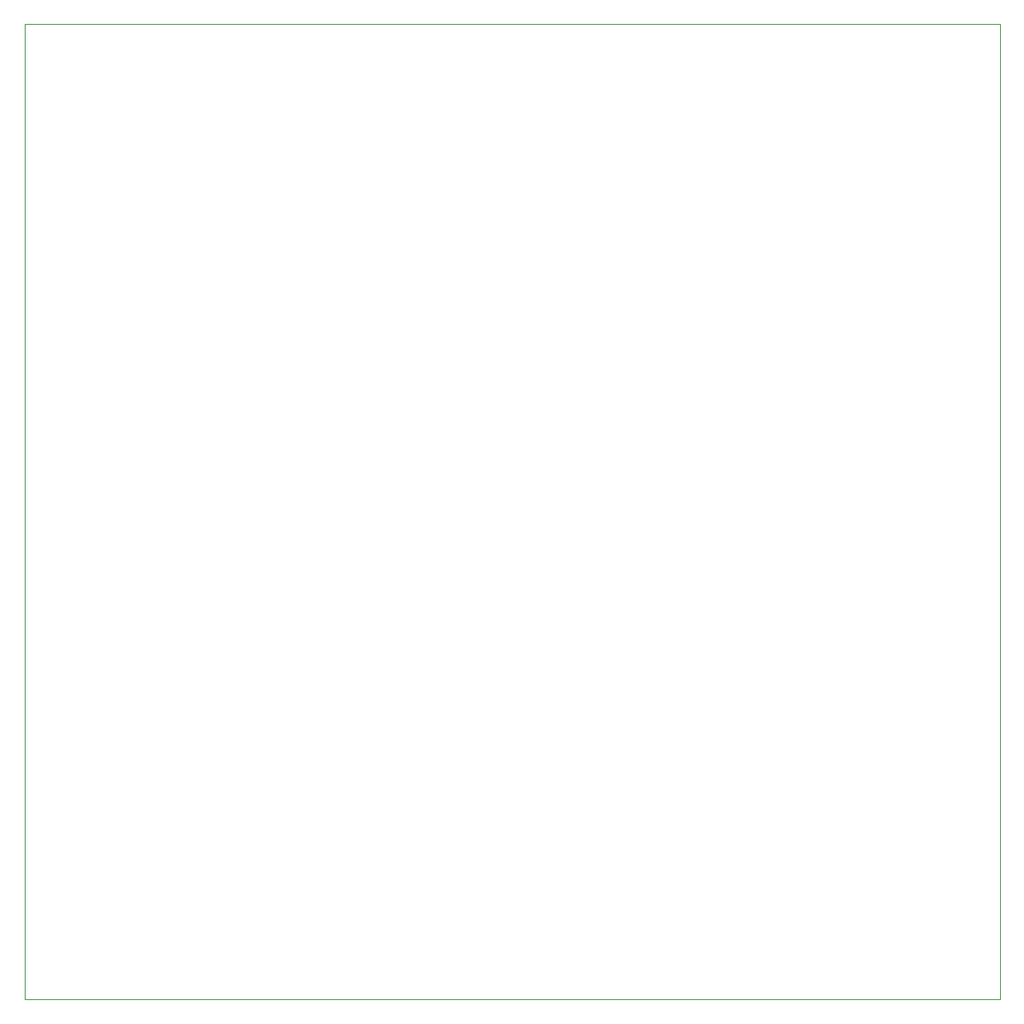
<source format=gbr>
%FSLAX34Y34*%
%MOMM*%
%LNOUTLINE*%
G71*
G01*
%ADD10C, 0.000*%
%LPD*%
G54D10*
X0Y1000000D02*
X1000000Y1000000D01*
X1000000Y0D01*
X0Y0D01*
X0Y1000000D01*
M02*

</source>
